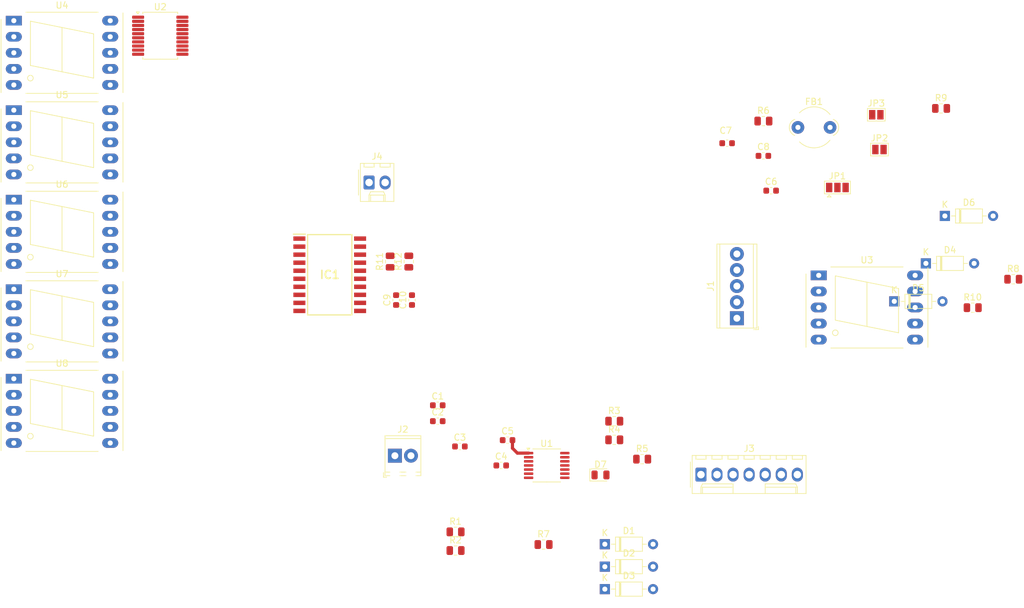
<source format=kicad_pcb>
(kicad_pcb (version 20240108) (generator "pcbnew") (generator_version "8.0")
  (layers (0 "F.Cu" signal) (31 "B.Cu" signal) (34 "B.Paste" user) (35 "F.Paste" user) (36 "B.SilkS" user "B.Silkscreen") (37 "F.SilkS" user "F.Silkscreen") (38 "B.Mask" user) (39 "F.Mask" user) (44 "Edge.Cuts" user))
  (net 0 "")
  (net 1 "+3.3V")
  (net 2 "GND")
  (net 3 "Net-(U1-T-)")
  (net 4 "Net-(U1-T+)")
  (net 5 "Net-(J4-Pin_1)")
  (net 6 "Net-(J3-Pin_2)")
  (net 7 "Net-(U2-VDD)")
  (net 8 "Net-(D1-K)")
  (net 9 "Net-(D1-A)")
  (net 10 "Net-(D2-A)")
  (net 11 "Net-(D2-K)")
  (net 12 "Net-(D3-A)")
  (net 13 "Net-(D3-K)")
  (net 14 "Net-(D4-A)")
  (net 15 "/CS")
  (net 16 "/SCLK")
  (net 17 "Net-(D5-A)")
  (net 18 "Net-(D6-A)")
  (net 19 "/SDI")
  (net 20 "Net-(D7-A)")
  (net 21 "/FAULT")
  (net 22 "/GRID5")
  (net 23 "/GRID2")
  (net 24 "/SEG5")
  (net 26 "/GRID4")
  (net 27 "/SEG4")
  (net 28 "/SEG1")
  (net 29 "/GRID1")
  (net 30 "/GRID3")
  (net 31 "/SEG6")
  (net 32 "/GRID6")
  (net 33 "/SEG8")
  (net 34 "/SEG7")
  (net 35 "/SEG3")
  (net 36 "/SEG2")
  (net 38 "Net-(J3-Pin_5)")
  (net 39 "/DRDY1")
  (net 40 "Net-(J4-Pin_2)")
  (net 41 "Net-(JP1-C)")
  (net 42 "Net-(J2-Pin_2)")
  (net 43 "Net-(J2-Pin_1)")
  (net 45 "/DRDY")
  (net 46 "/SDO")
  (net 47 "/CLK")
  (net 48 "/DIO")
  (net 49 "/CST")
  (net 50 "/SCK")
  (net 51 "/CSR")
  (net 52 "Net-(J3-Pin_1)")
  (net 53 "Net-(U2-BIAS)")
  (net 54 "Net-(U2-ISENSOR)")
  (footprint "Resistor_SMD:R_0805_2012Metric" (layer "F.Cu") (at 167.1775 96.05)
    (property "Reference" "R3" (at 0 -1.65 0) (layer "F.SilkS"))
    (property "Value" "10k")
    (pad "1" smd roundrect (at -0.9125 0) (size 1.025 1.4) (layers "F.Cu" "F.Paste" "F.Mask") (roundrect_rratio 0.243902) (net 1 "+3.3V"))
    (pad "2" smd roundrect (at 0.9125 0) (size 1.025 1.4) (layers "F.Cu" "F.Paste" "F.Mask") (roundrect_rratio 0.243902) (net 12 "Net-(D3-A)"))
  )
  (footprint "Jumper:SolderJumper-2_P1.3mm_Open_Pad1.0x1.5mm" (layer "F.Cu") (at 208.6025 47.61)
    (property "Reference" "JP3" (at 0 -1.8 0) (layer "F.SilkS"))
    (property "Value" "SolderJumper_2_Open")
    (pad "1" smd rect (at -0.65 0) (size 1 1.5) (layers "F.Cu" "F.Mask") (net 40 "Net-(J4-Pin_2)"))
    (pad "2" smd rect (at 0.65 0) (size 1 1.5) (layers "F.Cu" "F.Mask") (net 5 "Net-(J4-Pin_1)"))
  )
  (footprint "TerminalBlock_Phoenix:TerminalBlock_Phoenix_MPT-0,5-5-2.54_1x05_P2.54mm_Horizontal" (layer "F.Cu") (at 186.5625 79.7775 90)
    (property "Reference" "J1" (at 5.08 -4.16 -90) (layer "F.SilkS"))
    (property "Value" "Screw_Terminal_01x05")
    (pad "1" thru_hole rect (at 0 0 90) (size 2.2 2.2) (drill 1.1) (layers "*.Cu" "*.Mask") (net 16 "/SCLK"))
    (pad "2" thru_hole circle (at 2.54 0 90) (size 2.2 2.2) (drill 1.1) (layers "*.Cu" "*.Mask") (net 46 "/SDO"))
    (pad "3" thru_hole circle (at 5.08 0 90) (size 2.2 2.2) (drill 1.1) (layers "*.Cu" "*.Mask") (net 19 "/SDI"))
    (pad "4" thru_hole circle (at 7.62 0 90) (size 2.2 2.2) (drill 1.1) (layers "*.Cu" "*.Mask") (net 15 "/CS"))
    (pad "5" thru_hole circle (at 10.16 0 90) (size 2.2 2.2) (drill 1.1) (layers "*.Cu" "*.Mask") (net 45 "/DRDY"))
  )
  (footprint "Diode_THT:D_DO-35_SOD27_P7.62mm_Horizontal" (layer "F.Cu") (at 165.69 119.05)
    (property "Reference" "D2" (at 3.81 -2.12 0) (layer "F.SilkS"))
    (property "Value" "1N4148")
    (fp_text user "K" (at 0 -1.8 0) (layer "F.SilkS"))
    (pad "1" thru_hole rect (at 0 0) (size 1.6 1.6) (drill 0.8) (layers "*.Cu" "*.Mask") (net 50 "/SCK"))
    (pad "2" thru_hole oval (at 7.62 0) (size 1.6 1.6) (drill 0.8) (layers "*.Cu" "*.Mask") (net 10 "Net-(D2-A)"))
  )
  (footprint "Capacitor_SMD:C_0603_1608Metric" (layer "F.Cu") (at 191.9775 59.61)
    (property "Reference" "C6" (at 0 -1.43 0) (layer "F.SilkS"))
    (property "Value" "100nF")
    (pad "1" smd roundrect (at -0.775 0) (size 0.9 0.95) (layers "F.Cu" "F.Paste" "F.Mask") (net 6 "Net-(J3-Pin_2)"))
    (pad "2" smd roundrect (at 0.775 0) (size 0.9 0.95) (layers "F.Cu" "F.Paste" "F.Mask") (net 5 "Net-(J4-Pin_1)"))
  )
  (footprint "Resistor_SMD:R_0805_2012Metric" (layer "F.Cu") (at 218.84 46.61)
    (property "Reference" "R9" (at 0 -1.65 0) (layer "F.SilkS"))
    (property "Value" "10k")
    (pad "1" smd roundrect (at -0.9125 0) (size 1.025 1.4) (layers "F.Cu" "F.Paste" "F.Mask") (roundrect_rratio 0.243902) (net 1 "+3.3V"))
    (pad "2" smd roundrect (at 0.9125 0) (size 1.025 1.4) (layers "F.Cu" "F.Paste" "F.Mask") (roundrect_rratio 0.243902) (net 18 "Net-(D6-A)"))
  )
  (footprint "Jumper:SolderJumper-2_P1.3mm_Open_Pad1.0x1.5mm" (layer "F.Cu") (at 209.1025 53.11)
    (property "Reference" "JP2" (at 0 -1.8 0) (layer "F.SilkS"))
    (property "Value" "SolderJumper_2_Open")
    (pad "1" smd rect (at -0.65 0) (size 1 1.5) (layers "F.Cu" "F.Mask") (net 6 "Net-(J3-Pin_2)"))
    (pad "2" smd rect (at 0.65 0) (size 1 1.5) (layers "F.Cu" "F.Mask") (net 52 "Net-(J3-Pin_1)"))
  )
  (footprint "Capacitor_SMD:C_0603_1608Metric" (layer "F.Cu") (at 139.275 93.54)
    (property "Reference" "C1" (at 0 -1.43 0) (layer "F.SilkS"))
    (property "Value" "0.1uF")
    (pad "1" smd roundrect (at -0.775 0) (size 0.9 0.95) (layers "F.Cu" "F.Paste" "F.Mask") (net 2 "GND"))
    (pad "2" smd roundrect (at 0.775 0) (size 0.9 0.95) (layers "F.Cu" "F.Paste" "F.Mask") (net 1 "+3.3V"))
  )
  (footprint "Ferrite_THT:LairdTech_28C0236-0JW-10" (layer "F.Cu") (at 196.2125 49.61)
    (property "Reference" "FB1" (at 2.54 -4.064 0) (layer "F.SilkS"))
    (property "Value" "FerriteBead")
    (pad "1" thru_hole circle (at 0 0) (size 2 2) (drill 0.8) (layers "*.Cu" "*.Mask") (net 1 "+3.3V"))
    (pad "2" thru_hole circle (at 5.08 0) (size 2 2) (drill 0.8) (layers "*.Cu" "*.Mask") (net 7 "Net-(U2-VDD)"))
  )
  (footprint "Capacitor_SMD:C_0603_1608Metric" (layer "F.Cu") (at 142.775 100.05)
    (property "Reference" "C3" (at 0 -1.43 0) (layer "F.SilkS"))
    (property "Value" "0.1uF")
    (pad "1" smd roundrect (at -0.775 0) (size 0.9 0.95) (layers "F.Cu" "F.Paste" "F.Mask") (net 2 "GND"))
    (pad "2" smd roundrect (at 0.775 0) (size 0.9 0.95) (layers "F.Cu" "F.Paste" "F.Mask") (net 3 "Net-(U1-T-)"))
  )
  (footprint "Diode_THT:D_DO-35_SOD27_P7.62mm_Horizontal" (layer "F.Cu") (at 165.69 122.6)
    (property "Reference" "D3" (at 3.81 -2.12 0) (layer "F.SilkS"))
    (property "Value" "1N4148")
    (fp_text user "K" (at 0 -1.8 0) (layer "F.SilkS"))
    (pad "1" thru_hole rect (at 0 0) (size 1.6 1.6) (drill 0.8) (layers "*.Cu" "*.Mask") (net 19 "/SDI"))
    (pad "2" thru_hole oval (at 7.62 0) (size 1.6 1.6) (drill 0.8) (layers "*.Cu" "*.Mask") (net 12 "Net-(D3-A)"))
  )
  (footprint "Resistor_SMD:R_0805_2012Metric" (layer "F.Cu") (at 156 115.55)
    (property "Reference" "R7" (at 0 -1.65 0) (layer "F.SilkS"))
    (property "Value" "330")
    (pad "1" smd roundrect (at -0.9125 0) (size 1.025 1.4) (layers "F.Cu" "F.Paste" "F.Mask") (roundrect_rratio 0.243902) (net 1 "+3.3V"))
    (pad "2" smd roundrect (at 0.9125 0) (size 1.025 1.4) (layers "F.Cu" "F.Paste" "F.Mask") (roundrect_rratio 0.243902) (net 20 "Net-(D7-A)"))
  )
  (footprint "Package_SO:SSOP-20_5.3x7.2mm_P0.65mm" (layer "F.Cu") (at 95.41 35.12)
    (property "Reference" "U2" (at 0 -4.55 0) (layer "F.SilkS"))
    (property "Value" "MAX31865xAP")
    (pad "1" smd roundrect (at -3.5 -2.925) (size 1.9 0.5) (layers "F.Cu" "F.Paste" "F.Mask") (net 45 "/DRDY"))
    (pad "2" smd roundrect (at -3.5 -2.275) (size 1.9 0.5) (layers "F.Cu" "F.Paste" "F.Mask") (net 1 "+3.3V"))
    (pad "3" smd roundrect (at -3.5 -1.625) (size 1.9 0.5) (layers "F.Cu" "F.Paste" "F.Mask") (net 7 "Net-(U2-VDD)"))
    (pad "4" smd roundrect (at -3.5 -0.975) (size 1.9 0.5) (layers "F.Cu" "F.Paste" "F.Mask") (net 53 "Net-(U2-BIAS)"))
    (pad "5" smd roundrect (at -3.5 -0.325) (size 1.9 0.5) (layers "F.Cu" "F.Paste" "F.Mask") (net 53 "Net-(U2-BIAS)"))
    (pad "6" smd roundrect (at -3.5 0.325) (size 1.9 0.5) (layers "F.Cu" "F.Paste" "F.Mask") (net 54 "Net-(U2-ISENSOR)"))
    (pad "7" smd roundrect (at -3.5 0.975) (size 1.9 0.5) (layers "F.Cu" "F.Paste" "F.Mask") (net 54 "Net-(U2-ISENSOR)"))
    (pad "8" smd roundrect (at -3.5 1.625) (size 1.9 0.5) (layers "F.Cu" "F.Paste" "F.Mask") (net 52 "Net-(J3-Pin_1)"))
    (pad "9" smd roundrect (at -3.5 2.275) (size 1.9 0.5) (layers "F.Cu" "F.Paste" "F.Mask") (net 41 "Net-(JP1-C)"))
    (pad "10" smd roundrect (at -3.5 2.925) (size 1.9 0.5) (layers "F.Cu" "F.Paste" "F.Mask") (net 6 "Net-(J3-Pin_2)"))
    (pad "11" smd roundrect (at 3.5 2.925) (size 1.9 0.5) (layers "F.Cu" "F.Paste" "F.Mask") (net 5 "Net-(J4-Pin_1)"))
    (pad "12" smd roundrect (at 3.5 2.275) (size 1.9 0.5) (layers "F.Cu" "F.Paste" "F.Mask") (net 40 "Net-(J4-Pin_2)"))
    (pad "13" smd roundrect (at 3.5 1.625) (size 1.9 0.5) (layers "F.Cu" "F.Paste" "F.Mask") (net 2 "GND"))
    (pad "14" smd roundrect (at 3.5 0.975) (size 1.9 0.5) (layers "F.Cu" "F.Paste" "F.Mask") (net 18 "Net-(D6-A)"))
    (pad "15" smd roundrect (at 3.5 0.325) (size 1.9 0.5) (layers "F.Cu" "F.Paste" "F.Mask") (net 17 "Net-(D5-A)"))
    (pad "16" smd roundrect (at 3.5 -0.325) (size 1.9 0.5) (layers "F.Cu" "F.Paste" "F.Mask") (net 14 "Net-(D4-A)"))
    (pad "17" smd roundrect (at 3.5 -0.975) (size 1.9 0.5) (layers "F.Cu" "F.Paste" "F.Mask") (net 46 "/SDO"))
    (pad "18" smd roundrect (at 3.5 -1.625) (size 1.9 0.5) (layers "F.Cu" "F.Paste" "F.Mask") (net 2 "GND"))
    (pad "19" smd roundrect (at 3.5 -2.275) (size 1.9 0.5) (layers "F.Cu" "F.Paste" "F.Mask") (net 2 "GND"))
    (pad "20" smd roundrect (at 3.5 -2.925) (size 1.9 0.5) (layers "F.Cu" "F.Paste" "F.Mask"))
  )
  (footprint "Resistor_SMD:R_0805_2012Metric" (layer "F.Cu") (at 142.0875 113.55)
    (property "Reference" "R1" (at 0 -1.65 0) (layer "F.SilkS"))
    (property "Value" "100")
    (pad "1" smd roundrect (at -0.9125 0) (size 1.025 1.4) (layers "F.Cu" "F.Paste" "F.Mask") (roundrect_rratio 0.243902) (net 42 "Net-(J2-Pin_2)"))
    (pad "2" smd roundrect (at 0.9125 0) (size 1.025 1.4) (layers "F.Cu" "F.Paste" "F.Mask") (roundrect_rratio 0.243902) (net 3 "Net-(U1-T-)"))
  )
  (footprint "Display_7Segment:7SegmentLED_LTS6760_LTS6780" (layer "F.Cu") (at 72.26 89.34)
    (property "Reference" "U8" (at 7.62 -2.42 0) (layer "F.SilkS"))
    (property "Value" "SM420561N")
    (pad "1" thru_hole rect (at 0 0 270) (size 1.524 2.524) (drill 0.8) (layers "*.Cu" "*.Mask") (net 24 "/SEG5"))
    (pad "2" thru_hole oval (at 0 2.54 270) (size 1.524 2.524) (drill 0.8) (layers "*.Cu" "*.Mask") (net 27 "/SEG4"))
    (pad "3" thru_hole oval (at 0 5.08 270) (size 1.524 2.524) (drill 0.8) (layers "*.Cu" "*.Mask") (net 32 "/GRID6"))
    (pad "4" thru_hole oval (at 0 7.62 270) (size 1.524 2.524) (drill 0.8) (layers "*.Cu" "*.Mask") (net 35 "/SEG3"))
    (pad "5" thru_hole oval (at 0 10.16 270) (size 1.524 2.524) (drill 0.8) (layers "*.Cu" "*.Mask") (net 33 "/SEG8"))
    (pad "6" thru_hole oval (at 15.24 10.16 270) (size 1.524 2.524) (drill 0.8) (layers "*.Cu" "*.Mask") (net 36 "/SEG2"))
    (pad "7" thru_hole oval (at 15.24 7.62 270) (size 1.524 2.524) (drill 0.8) (layers "*.Cu" "*.Mask") (net 28 "/SEG1"))
    (pad "8" thru_hole oval (at 15.24 5.08 270) (size 1.524 2.524) (drill 0.8) (layers "*.Cu" "*.Mask") (net 32 "/GRID6"))
    (pad "9" thru_hole oval (at 15.24 2.54 270) (size 1.524 2.524) (drill 0.8) (layers "*.Cu" "*.Mask") (net 31 "/SEG6"))
    (pad "10" thru_hole oval (at 15.24 0 270) (size 1.524 2.524) (drill 0.8) (layers "*.Cu" "*.Mask") (net 34 "/SEG7"))
  )
  (footprint "Display_7Segment:7SegmentLED_LTS6760_LTS6780" (layer "F.Cu") (at 199.5 73)
    (property "Reference" "U3" (at 7.62 -2.42 0) (layer "F.SilkS"))
    (property "Value" "SM420561N")
    (pad "1" thru_hole rect (at 0 0 270) (size 1.524 2.524) (drill 0.8) (layers "*.Cu" "*.Mask") (net 24 "/SEG5"))
    (pad "2" thru_hole oval (at 0 2.54 270) (size 1.524 2.524) (drill 0.8) (layers "*.Cu" "*.Mask") (net 27 "/SEG4"))
    (pad "3" thru_hole oval (at 0 5.08 270) (size 1.524 2.524) (drill 0.8) (layers "*.Cu" "*.Mask") (net 30 "/GRID3"))
    (pad "4" thru_hole oval (at 0 7.62 270) (size 1.524 2.524) (drill 0.8) (layers "*.Cu" "*.Mask") (net 35 "/SEG3"))
    (pad "5" thru_hole oval (at 0 10.16 270) (size 1.524 2.524) (drill 0.8) (layers "*.Cu" "*.Mask") (net 33 "/SEG8"))
    (pad "6" thru_hole oval (at 15.24 10.16 270) (size 1.524 2.524) (drill 0.8) (layers "*.Cu" "*.Mask") (net 36 "/SEG2"))
    (pad "7" thru_hole oval (at 15.24 7.62 270) (size 1.524 2.524) (drill 0.8) (layers "*.Cu" "*.Mask") (net 28 "/SEG1"))
    (pad "8" thru_hole oval (at 15.24 5.08 270) (size 1.524 2.524) (drill 0.8) (layers "*.Cu" "*.Mask") (net 30 "/GRID3"))
    (pad "9" thru_hole oval (at 15.24 2.54 270) (size 1.524 2.524) (drill 0.8) (layers "*.Cu" "*.Mask") (net 31 "/SEG6"))
    (pad "10" thru_hole oval (at 15.24 0 270) (size 1.524 2.524) (drill 0.8) (layers "*.Cu" "*.Mask") (net 34 "/SEG7"))
  )
  (footprint "Display_7Segment:7SegmentLED_LTS6760_LTS6780" (layer "F.Cu") (at 72.26 46.89)
    (property "Reference" "U5" (at 7.62 -2.42 0) (layer "F.SilkS"))
    (property "Value" "SM420561N")
    (pad "1" thru_hole rect (at 0 0 270) (size 1.524 2.524) (drill 0.8) (layers "*.Cu" "*.Mask") (net 24 "/SEG5"))
    (pad "2" thru_hole oval (at 0 2.54 270) (size 1.524 2.524) (drill 0.8) (layers "*.Cu" "*.Mask") (net 27 "/SEG4"))
    (pad "3" thru_hole oval (at 0 5.08 270) (size 1.524 2.524) (drill 0.8) (layers "*.Cu" "*.Mask") (net 29 "/GRID1"))
    (pad "4" thru_hole oval (at 0 7.62 270) (size 1.524 2.524) (drill 0.8) (layers "*.Cu" "*.Mask") (net 35 "/SEG3"))
    (pad "5" thru_hole oval (at 0 10.16 270) (size 1.524 2.524) (drill 0.8) (layers "*.Cu" "*.Mask") (net 33 "/SEG8"))
    (pad "6" thru_hole oval (at 15.24 10.16 270) (size 1.524 2.524) (drill 0.8) (layers "*.Cu" "*.Mask") (net 36 "/SEG2"))
    (pad "7" thru_hole oval (at 15.24 7.62 270) (size 1.524 2.524) (drill 0.8) (layers "*.Cu" "*.Mask") (net 28 "/SEG1"))
    (pad "8" thru_hole oval (at 15.24 5.08 270) (size 1.524 2.524) (drill 0.8) (layers "*.Cu" "*.Mask") (net 29 "/GRID1"))
    (pad "9" thru_hole oval (at 15.24 2.54 270) (size 1.524 2.524) (drill 0.8) (layers "*.Cu" "*.Mask") (net 31 "/SEG6"))
    (pad "10" thru_hole oval (at 15.24 0 270) (size 1.524 2.524) (drill 0.8) (layers "*.Cu" "*.Mask") (net 34 "/SEG7"))
  )
  (footprint "LED_SMD:LED_0805_2012Metric" (layer "F.Cu") (at 165 104.55)
    (property "Reference" "D7" (at 0 -1.65 0) (layer "F.SilkS"))
    (property "Value" "LED")
    (pad "1" smd roundrect (at -0.9375 0) (size 0.975 1.4) (layers "F.Cu" "F.Paste" "F.Mask") (net 21 "/FAULT"))
    (pad "2" smd roundrect (at 0.9375 0) (size 0.975 1.4) (layers "F.Cu" "F.Paste" "F.Mask") (net 20 "Net-(D7-A)"))
  )
  (footprint "TerminalBlock_Phoenix:TerminalBlock_Phoenix_MPT-0,5-2-2.54_1x02_P2.54mm_Horizontal" (layer "F.Cu") (at 132.5 101.51)
    (property "Reference" "J2" (at 1.27 -4.16 0) (layer "F.SilkS"))
    (property "Value" "Screw_Terminal_01x02")
    (pad "" np_thru_hole circle (at 0 2.54) (size 1.1 1.1) (drill 1.1) (layers "*.Cu" "*.Mask"))
    (pad "" np_thru_hole circle (at 2.54 2.54) (size 1.1 1.1) (drill 1.1) (layers "*.Cu" "*.Mask"))
    (pad "1" thru_hole rect (at 0 0) (size 2.2 2.2) (drill 1.1) (layers "*.Cu" "*.Mask") (net 43 "Net-(J2-Pin_1)"))
    (pad "2" thru_hole circle (at 2.54 0) (size 2.2 2.2) (drill 1.1) (layers "*.Cu" "*.Mask") (net 42 "Net-(J2-Pin_2)"))
  )
  (footprint "Capacitor_SMD:C_0603_1608Metric" (layer "F.Cu") (at 150.31 99.05)
    (property "Reference" "C5" (at 0 -1.43 0) (layer "F.SilkS"))
    (property "Value" "0.1uF")
    (pad "1" smd roundrect (at -0.775 0) (size 0.9 0.95) (layers "F.Cu" "F.Paste" "F.Mask") (net 4 "Net-(U1-T+)"))
    (pad "2" smd roundrect (at 0.775 0) (size 0.9 0.95) (layers "F.Cu" "F.Paste" "F.Mask") (net 2 "GND"))
  )
  (footprint "Resistor_SMD:R_0805_2012Metric" (layer "F.Cu") (at 230.2525 73.61)
    (property "Reference" "R8" (at 0 -1.65 0) (layer "F.SilkS"))
    (property "Value" "10k")
    (pad "1" smd roundrect (at -0.9125 0) (size 1.025 1.4) (layers "F.Cu" "F.Paste" "F.Mask") (roundrect_rratio 0.243902) (net 1 "+3.3V"))
    (pad "2" smd roundrect (at 0.9125 0) (size 1.025 1.4) (layers "F.Cu" "F.Paste" "F.Mask") (roundrect_rratio 0.243902) (net 14 "Net-(D4-A)"))
  )
  (footprint "Display_7Segment:7SegmentLED_LTS6760_LTS6780" (layer "F.Cu") (at 72.26 32.74)
    (property "Reference" "U4" (at 7.62 -2.42 0) (layer "F.SilkS"))
    (property "Value" "SM420561N")
    (pad "1" thru_hole rect (at 0 0 270) (size 1.524 2.524) (drill 0.8) (layers "*.Cu" "*.Mask") (net 24 "/SEG5"))
    (pad "2" thru_hole oval (at 0 2.54 270) (size 1.524 2.524) (drill 0.8) (layers "*.Cu" "*.Mask") (net 27 "/SEG4"))
    (pad "3" thru_hole oval (at 0 5.08 270) (size 1.524 2.524) (drill 0.8) (layers "*.Cu" "*.Mask") (net 23 "/GRID2"))
    (pad "4" thru_hole oval (at 0 7.62 270) (size 1.524 2.524) (drill 0.8) (layers "*.Cu" "*.Mask") (net 35 "/SEG3"))
    (pad "5" thru_hole oval (at 0 10.16 270) (size 1.524 2.524) (drill 0.8) (layers "*.Cu" "*.Mask") (net 33 "/SEG8"))
    (pad "6" thru_hole oval (at 15.24 10.16 270) (size 1.524 2.524) (drill 0.8) (layers "*.Cu" "*.Mask") (net 36 "/SEG2"))
    (pad "7" thru_hole oval (at 15.24 7.62 270) (size 1.524 2.524) (drill 0.8) (layers "*.Cu" "*.Mask") (net 28 "/SEG1"))
    (pad "8" thru_hole oval (at 15.24 5.08 270) (size 1.524 2.524) (drill 0.8) (layers "*.Cu" "*.Mask") (net 23 "/GRID2"))
    (pad "9" thru_hole oval (at 15.24 2.54 270) (size 1.524 2.524) (drill 0.8) (layers "*.Cu" "*.Mask") (net 31 "/SEG6"))
    (pad "10" thru_hole oval (at 15.24 0 270) (size 1.524 2.524) (drill 0.8) (layers "*.Cu" "*.Mask") (net 34 "/SEG7"))
  )
  (footprint "Diode_THT:D_DO-35_SOD27_P7.62mm_Horizontal" (layer "F.Cu") (at 211.4425 77.11)
    (property "Reference" "D5" (at 3.81 -2.12 0) (layer "F.SilkS"))
    (property "Value" "1N4148")
    (fp_text user "K" (at 0 -1.8 0) (layer "F.SilkS"))
    (pad "1" thru_hole rect (at 0 0) (size 1.6 1.6) (drill 0.8) (layers "*.Cu" "*.Mask") (net 16 "/SCLK"))
    (pad "2" thru_hole oval (at 7.62 0) (size 1.6 1.6) (drill 0.8) (layers "*.Cu" "*.Mask") (net 17 "Net-(D5-A)"))
  )
  (footprint "Resistor_SMD:R_0805_2012Metric" (layer "F.Cu") (at 131.75 70.8175 90)
    (property "Reference" "R11" (at 0 -1.65 -90) (layer "F.SilkS"))
    (property "Value" "10k")
    (pad "1" smd roundrect (at -0.9125 0 90) (size 1.025 1.4) (layers "F.Cu" "F.Paste" "F.Mask") (roundrect_rratio 0.243902) (net 47 "/CLK"))
    (pad "2" smd roundrect (at 0.9125 0 90) (size 1.025 1.4) (layers "F.Cu" "F.Paste" "F.Mask") (roundrect_rratio 0.243902) (net 1 "+3.3V"))
  )
  (footprint "Resistor_SMD:R_0805_2012Metric" (layer "F.Cu") (at 223.84 78.11)
    (property "Reference" "R10" (at 0 -1.65 0) (layer "F.SilkS"))
    (property "Value" "10k")
    (pad "1" smd roundrect (at -0.9125 0) (size 1.025 1.4) (layers "F.Cu" "F.Paste" "F.Mask") (roundrect_rratio 0.243902) (net 1 "+3.3V"))
    (pad "2" smd roundrect (at 0.9125 0) (size 1.025 1.4) (layers "F.Cu" "F.Paste" "F.Mask") (roundrect_rratio 0.243902) (net 17 "Net-(D5-A)"))
  )
  (footprint "Diode_THT:D_DO-35_SOD27_P7.62mm_Horizontal" (layer "F.Cu") (at 219.4425 63.61)
    (property "Reference" "D6" (at 3.81 -2.12 0) (layer "F.SilkS"))
    (property "Value" "1N4148")
    (fp_text user "K" (at 0 -1.8 0) (layer "F.SilkS"))
    (pad "1" thru_hole rect (at 0 0) (size 1.6 1.6) (drill 0.8) (layers "*.Cu" "*.Mask") (net 19 "/SDI"))
    (pad "2" thru_hole oval (at 7.62 0) (size 1.6 1.6) (drill 0.8) (layers "*.Cu" "*.Mask") (net 18 "Net-(D6-A)"))
  )
  (footprint "Custom_Led_driver_7_segment:SOIC127P1045X280-20N" (layer "F.Cu") (at 122.2 72.905)
    (property "Reference" "IC1" (at 0 0 0) (layer "F.SilkS") (effects (font (size 1.27 1.27) (thickness 0.254))))
    (property "Value" "TM1637__SOP_" (hide yes))
    (pad "1" smd rect (at -4.8 -5.715 90) (size 0.7 1.9) (layers "F.Cu" "F.Paste" "F.Mask") (net 2 "GND"))
    (pad "2" smd rect (at -4.8 -4.445 90) (size 0.7 1.9) (layers "F.Cu" "F.Paste" "F.Mask") (net 28 "/SEG1"))
    (pad "3" smd rect (at -4.8 -3.175 90) (size 0.7 1.9) (layers "F.Cu" "F.Paste" "F.Mask") (net 36 "/SEG2"))
    (pad "4" smd rect (at -4.8 -1.905 90) (size 0.7 1.9) (layers "F.Cu" "F.Paste" "F.Mask") (net 35 "/SEG3"))
    (pad "5" smd rect (at -4.8 -0.635 90) (size 0.7 1.9) (layers "F.Cu" "F.Paste" "F.Mask") (net 27 "/SEG4"))
    (pad "6" smd rect (at -4.8 0.635 90) (size 0.7 1.9) (layers "F.Cu" "F.Paste" "F.Mask") (net 24 "/SEG5"))
    (pad "7" smd rect (at -4.8 1.905 90) (size 0.7 1.9) (layers "F.Cu" "F.Paste" "F.Mask") (net 31 "/SEG6"))
    (pad "8" smd rect (at -4.8 3.175 90) (size 0.7 1.9) (layers "F.Cu" "F.Paste" "F.Mask") (net 34 "/SEG7"))
    (pad "9" smd rect (at -4.8 4.445 90) (size 0.7 1.9) (layers "F.Cu" "F.Paste" "F.Mask") (net 33 "/SEG8"))
    (pad "10" smd rect (at -4.8 5.715 90) (size 0.7 1.9) (layers "F.Cu" "F.Paste" "F.Mask") (net 32 "/GRID6"))
    (pad "11" smd rect (at 4.8 5.715 90) (size 0.7 1.9) (layers "F.Cu" "F.Paste" "F.Mask") (net 22 "/GRID5"))
    (pad "12" smd rect (at 4.8 4.445 90) (size 0.7 1.9) (layers "F.Cu" "F.Paste" "F.Mask") (net 26 "/GRID4"))
    (pad "13" smd rect (at 4.8 3.175 90) (size 0.7 1.9) (layers "F.Cu" "F.Paste" "F.Mask") (net 30 "/GRID3"))
    (pad "14" smd rect (at 4.8 1.905 90) (size 0.7 1.9) (layers "F.Cu" "F.Paste" "F.Mask") (net 23 "/GRID2"))
    (pad "15" smd rect (at 4.8 0.635 90) (size 0.7 1.9) (layers "F.Cu" "F.Paste" "F.Mask") (net 29 "/GRID1"))
    (pad "16" smd rect (at 4.8 -0.635 90) (size 0.7 1.9) (layers "F.Cu" "F.Paste" "F.Mask") (net 1 "+3.3V"))
    (pad "17" smd rect (at 4.8 -1.905 90) (size 0.7 1.9) (layers "F.Cu" "F.Paste" "F.Mask") (net 48 "/DIO"))
    (pad "18" smd rect (at 4.8 -3.175 90) (size 0.7 1.9) (layers "F.Cu" "F.Paste" "F.Mask") (net 47 "/CLK"))
    (pad "19" smd rect (at 4.8 -4.445 90) (size 0.7 1.9) (layers "F.Cu" "F.Paste" "F.Mask"))
    (pad "20" smd rect (at 4.8 -5.715 90) (size 0.7 1.9) (layers "F.Cu" "F.Paste" "F.Mask"))
  )
  (footprint "Resistor_SMD:R_0805_2012Metric" (layer "F.Cu") (at 167.1775 99)
    (property "Reference" "R4" (at 0 -1.65 0) (layer "F.SilkS"))
    (property "Value" "10k")
    (pad "1" smd roundrect (at -0.9125 0) (size 1.025 1.4) (layers "F.Cu" "F.Paste" "F.Mask") (roundrect_rratio 0.243902) (net 1 "+3.3V"))
    (pad "2" smd roundrect (at 0.9125 0) (size 1.025 1.4) (layers "F.Cu" "F.Paste" "F.Mask") (roundrect_rratio 0.243902) (net 10 "Net-(D2-A)"))
  )
  (footprint "Resistor_SMD:R_0805_2012Metric" (layer "F.Cu") (at 190.7525 48.61)
    (property "Reference" "R6" (at 0 -1.65 0) (layer "F.SilkS"))
    (property "Value" "400")
    (pad "1" smd roundrect (at -0.9125 0) (size 1.025 1.4) (layers "F.Cu" "F.Paste" "F.Mask") (roundrect_rratio 0.243902) (net 54 "Net-(U2-ISENSOR)"))
    (pad "2" smd roundrect (at 0.9125 0) (size 1.025 1.4) (layers "F.Cu" "F.Paste" "F.Mask") (roundrect_rratio 0.243902) (net 53 "Net-(U2-BIAS)"))
  )
  (footprint "Capacitor_SMD:C_0603_1608Metric" (layer "F.Cu") (at 149.31 103.05)
    (property "Reference" "C4" (at 0 -1.43 0) (layer "F.SilkS"))
    (property "Value" "0.1uF")
    (pad "1" smd roundrect (at -0.775 0) (size 0.9 0.95) (layers "F.Cu" "F.Paste" "F.Mask") (net 3 "Net-(U1-T-)"))
    (pad "2" smd roundrect (at 0.775 0) (size 0.9 0.95) (layers "F.Cu" "F.Paste" "F.Mask") (net 4 "Net-(U1-T+)"))
  )
  (footprint "Display_7Segment:7SegmentLED_LTS6760_LTS6780" (layer "F.Cu") (at 72.26 75.19)
    (property "Reference" "U7" (at 7.62 -2.42 0) (layer "F.SilkS"))
    (property "Value" "SM420561N")
    (pad "1" thru_hole rect (at 0 0 270) (size 1.524 2.524) (drill 0.8) (layers "*.Cu" "*.Mask") (net 24 "/SEG5"))
    (pad "2" thru_hole oval (at 0 2.54 270) (size 1.524 2.524) (drill 0.8) (layers "*.Cu" "*.Mask") (net 27 "/SEG4"))
    (pad "3" thru_hole oval (at 0 5.08 270) (size 1.524 2.524) (drill 0.8) (layers "*.Cu" "*.Mask") (net 22 "/GRID5"))
    (pad "4" thru_hole oval (at 0 7.62 270) (size 1.524 2.524) (drill 0.8) (layers "*.Cu" "*.Mask") (net 35 "/SEG3"))
    (pad "5" thru_hole oval (at 0 10.16 270) (size 1.524 2.524) (drill 0.8) (layers "*.Cu" "*.Mask") (net 33 "/SEG8"))
    (pad "6" thru_hole oval (at 15.24 10.16 270) (size 1.524 2.524) (drill 0.8) (layers "*.Cu" "*.Mask") (net 36 "/SEG2"))
    (pad "7" thru_hole oval (at 15.24 7.62 270) (size 1.524 2.524) (drill 0.8) (layers "*.Cu" "*.Mask") (net 28 "/SEG1"))
    (pad "8" thru_hole oval (at 15.24 5.08 270) (size 1.524 2.524) (drill 0.8) (layers "*.Cu" "*.Mask") (net 22 "/GRID5"))
    (pad "9" thru_hole oval (at 15.24 2.54 270) (size 1.524 2.524) (drill 0.8) (layers "*.Cu" "*.Mask") (net 31 "/SEG6"))
    (pad "10" thru_hole oval (at 15.24 0 270) (size 1.524 2.524) (drill 0.8) (layers "*.Cu" "*.Mask") (net 34 "/SEG7"))
  )
  (footprint "Package_SO:TSSOP-14_4.4x5mm_P0.65mm" (layer "F.Cu") (at 156.5 103.05)
    (property "Reference" "U1" (at 0 -3.45 0) (layer "F.SilkS"))
    (property "Value" "MAX31856")
    (pad "1" smd roundrect (at -2.8625 -1.95) (size 1.475 0.4) (layers "F.Cu" "F.Paste" "F.Mask") (net 2 "GND"))
    (pad "2" smd roundrect (at -2.8625 -1.3) (size 1.475 0.4) (layers "F.Cu" "F.Paste" "F.Mask") (net 42 "Net-(J2-Pin_2)"))
    (pad "3" smd roundrect (at -2.8625 -0.65) (size 1.475 0.4) (layers "F.Cu" "F.Paste" "F.Mask") (net 3 "Net-(U1-T-)"))
    (pad "4" smd roundrect (at -2.8625 0) (size 1.475 0.4) (layers "F.Cu" "F.Paste" "F.Mask") (net 4 "Net-(U1-T+)"))
    (pad "5" smd roundrect (at -2.8625 0.65) (size 1.475 0.4) (layers "F.Cu" "F.Paste" "F.Mask") (net 1 "+3.3V"))
    (pad "6" smd roundrect (at -2.8625 1.3) (size 1.475 0.4) (layers "F.Cu" "F.Paste" "F.Mask"))
    (pad "7" smd roundrect (at -2.8625 1.95) (size 1.475 0.4) (layers "F.Cu" "F.Paste" "F.Mask") (net 45 "/DRDY"))
    (pad "8" smd roundrect (at 2.8625 1.95) (size 1.475 0.4) (layers "F.Cu" "F.Paste" "F.Mask") (net 1 "+3.3V"))
    (pad "9" smd roundrect (at 2.8625 1.3) (size 1.475 0.4) (layers "F.Cu" "F.Paste" "F.Mask") (net 9 "Net-(D1-A)"))
    (pad "10" smd roundrect (at 2.8625 0.65) (size 1.475 0.4) (layers "F.Cu" "F.Paste" "F.Mask") (net 10 "Net-(D2-A)"))
    (pad "11" smd roundrect (at 2.8625 0) (size 1.475 0.4) (layers "F.Cu" "F.Paste" "F.Mask") (net 46 "/SDO"))
    (pad "12" smd roundrect (at 2.8625 -0.65) (size 1.475 0.4) (layers "F.Cu" "F.Paste" "F.Mask") (net 12 "Net-(D3-A)"))
    (pad "13" smd roundrect (at 2.8625 -1.3) (size 1.475 0.4) (layers "F.Cu" "F.Paste" "F.Mask") (net 21 "/FAULT"))
    (pad "14" smd roundrect (at 2.8625 -1.95) (size 1.475 0.4) (layers "F.Cu" "F.Paste" "F.Mask") (net 2 "GND"))
  )
  (footprint "Resistor_SMD:R_0805_2012Metric" (layer "F.Cu") (at 171.5875 102.05)
    (property "Reference" "R5" (at 0 -1.65 0) (layer "F.SilkS"))
    (property "Value" "10k")
    (pad "1" smd roundrect (at -0.9125 0) (size 1.025 1.4) (layers "F.Cu" "F.Paste" "F.Mask") (roundrect_rratio 0.243902) (net 1 "+3.3V"))
    (pad "2" smd roundrect (at 0.9125 0) (size 1.025 1.4) (layers "F.Cu" "F.Paste" "F.Mask") (roundrect_rratio 0.243902) (net 9 "Net-(D1-A)"))
  )
  (footprint "Capacitor_SMD:C_0603_1608Metric" (layer "F.Cu") (at 132.69 76.905 90)
    (property "Reference" "C9" (at 0 -1.43 -90) (layer "F.SilkS"))
    (property "Value" "100pF")
    (pad "1" smd roundrect (at -0.775 0 90) (size 0.9 0.95) (layers "F.Cu" "F.Paste" "F.Mask") (net 2 "GND"))
    (pad "2" smd roundrect (at 0.775 0 90) (size 0.9 0.95) (layers "F.Cu" "F.Paste" "F.Mask") (net 47 "/CLK"))
  )
  (footprint "Capacitor_SMD:C_0603_1608Metric" (layer "F.Cu") (at 139.275 96.05)
    (property "Reference" "C2" (at 0 -1.43 0) (layer "F.SilkS"))
    (property "Value" "0.1uF")
    (pad "1" smd roundrect (at -0.775 0) (size 0.9 0.95) (layers "F.Cu" "F.Paste" "F.Mask") (net 1 "+3.3V"))
    (pad "2" smd roundrect (at 0.775 0) (size 0.9 0.95) (layers "F.Cu" "F.Paste" "F.Mask") (net 2 "GND"))
  )
  (footprint "Resistor_SMD:R_0805_2012Metric" (layer "F.Cu") (at 134.7 70.8175 90)
    (property "Reference" "R12" (at 0 -1.65 -90) (layer "F.SilkS"))
    (property "Value" "10k")
    (pad "1" smd roundrect (at -0.9125 0 90) (size 1.025 1.4) (layers "F.Cu" "F.Paste" "F.Mask") (roundrect_rratio 0.243902) (net 48 "/DIO"))
    (pad "2" smd roundrect (at 0.9125 0 90) (size 1.025 1.4) (layers "F.Cu" "F.Paste" "F.Mask") (roundrect_rratio 0.243902) (net 1 "+3.3V"))
  )
  (footprint "Display_7Segment:7SegmentLED_LTS6760_LTS6780" (layer "F.Cu") (at 72.26 61.04)
    (property "Reference" "U6" (at 7.62 -2.42 0) (layer "F.SilkS"))
    (property "Value" "SM420561N")
    (pad "1" thru_hole rect (at 0 0 270) (size 1.524 2.524) (drill 0.8) (layers "*.Cu" "*.Mask") (net 24 "/SEG5"))
    (pad "2" thru_hole oval (at 0 2.54 270) (size 1.524 2.524) (drill 0.8) (layers "*.Cu" "*.Mask") (net 27 "/SEG4"))
    (pad "3" thru_hole oval (at 0 5.08 270) (size 1.524 2.524) (drill 0.8) (layers "*.Cu" "*.Mask") (net 26 "/GRID4"))
    (pad "4" thru_hole oval (at 0 7.62 270) (size 1.524 2.524) (drill 0.8) (layers "*.Cu" "*.Mask") (net 35 "/SEG3"))
    (pad "5" thru_hole oval (at 0 10.16 270) (size 1.524 2.524) (drill 0.8) (layers "*.Cu" "*.Mask") (net 33 "/SEG8"))
    (pad "6" thru_hole oval (at 15.24 10.16 270) (size 1.524 2.524) (drill 0.8) (layers "*.Cu" "*.Mask") (net 36 "/SEG2"))
    (pad "7" thru_hole oval (at 15.24 7.62 270) (size 1.524 2.524) (drill 0.8) (layers "*.Cu" "*.Mask") (net 28 "/SEG1"))
    (pad "8" thru_hole oval (at 15.24 5.08 270) (size 1.524 2.524) (drill 0.8) (layers "*.Cu" "*.Mask") (net 26 "/GRID4"))
    (pad "9" thru_hole oval (at 15.24 2.54 270) (size 1.524 2.524) (drill 0.8) (layers "*.Cu" "*.Mask") (net 31 "/SEG6"))
    (pad "10" thru_hole oval (at 15.24 0 270) (size 1.524 2.524) (drill 0.8) (layers "*.Cu" "*.Mask") (net 34 "/SEG7"))
  )
  (footprint "Resistor_SMD:R_0805_2012Metric" (layer "F.Cu") (at 142.0875 116.5)
    (property "Reference" "R2" (at 0 -1.65 0) (layer "F.SilkS"))
    (property "Value" "100")
    (pad "1" smd roundrect (at -0.9125 0) (size 1.025 1.4) (layers "F.Cu" "F.Paste" "F.Mask") (roundrect_rratio 0.243902) (net 43 "Net-(J2-Pin_1)"))
    (pad "2" smd roundrect (at 0.9125 0) (size 1.025 1.4) (layers "F.Cu" "F.Paste" "F.Mask") (roundrect_rratio 0.243902) (net 4 "Net-(U1-T+)"))
  )
  (footprint "Capacitor_SMD:C_0603_1608Metric" (layer "F.Cu") (at 190.7525 54.11)
    (property "Reference" "C8" (at 0 -1.43 0) (layer "F.SilkS"))
    (property "Value" "0.1uF")
    (pad "1" smd roundrect (at -0.775 0) (size 0.9 0.95) (layers "F.Cu" "F.Paste" "F.Mask") (net 2 "GND"))
    (pad "2" smd roundrect (at 0.775 0) (size 0.9 0.95) (layers "F.Cu" "F.Paste" "F.Mask") (net 7 "Net-(U2-VDD)"))
  )
  (footprint "Connector_Molex:Molex_KK-254_AE-6410-02A_1x02_P2.54mm_Vertical" (layer "F.Cu") (at 128.4175 58.325)
    (property "Reference" "J4" (at 1.27 -4.12 0) (layer "F.SilkS"))
    (property "Value" "Conn_01x02_Pin")
    (pad "1" thru_hole roundrect (at 0 0) (size 1.74 2.19) (drill 1.19) (layers "*.Cu" "*.Mask") (roundrect_rratio 0.143678) (net 5 "Net-(J4-Pin_1)"))
    (pad "2" thru_hole oval (at 2.54 0) (size 1.74 2.19) (drill 1.19) (layers "*.Cu" "*.Mask") (net 40 "Net-(J4-Pin_2)"))
  )
  (footprint "Diode_THT:D_DO-35_SOD27_P7.62mm_Horizontal" (layer "F.Cu") (at 216.4425 71.11)
    (property "Reference" "D4" (at 3.81 -2.12 0) (layer "F.SilkS"))
    (property "Value" "1N4148")
    (fp_text user "K" (at 0 -1.8 0) (layer "F.SilkS"))
    (pad "1" thru_hole rect (at 0 0) (size 1.6 1.6) (drill 0.8) (layers "*.Cu" "*.Mask") (net 51 "/CSR"))
    (pad "2" thru_hole oval (at 7.62 0) (size 1.6 1.6) (drill 0.8) (layers "*.Cu" "*.Mask") (net 14 "Net-(D4-A)"))
  )
  (footprint "Connector_Molex:Molex_KK-254_AE-6410-07A_1x07_P2.54mm_Vertical" (layer "F.Cu") (at 180.88 104.5)
    (property "Reference" "J3" (at 7.62 -4.12 0) (layer "F.SilkS"))
    (property "Value" "Conn_01x09_Pin")
    (pad "1" thru_hole roundrect (at 0 0) (size 1.74 2.19) (drill 1.19) (layers "*.Cu" "*.Mask") (roundrect_rratio 0.143678) (net 39 "/DRDY1"))
    (pad "2" thru_hole oval (at 2.54 0) (size 1.74 2.19) (drill 1.19) (layers "*.Cu" "*.Mask") (net 21 "/FAULT"))
    (pad "3" thru_hole oval (at 5.08 0) (size 1.74 2.19) (drill 1.19) (layers "*.Cu" "*.Mask") (net 8 "Net-(D1-K)"))
    (pad "4" thru_hole oval (at 7.62 0) (size 1.74 2.19) (drill 1.19) (layers "*.Cu" "*.Mask") (net 13 "Net-(D3-K)"))
    (pad "5" thru_hole oval (at 10.16 0) (size 1.74 2.19) (drill 1.19) (layers "*.Cu" "*.Mask") (net 38 "Net-(J3-Pin_5)"))
    (pad "6" thru_hole oval (at 12.7 0) (size 1.74 2.19) (drill 1.19) (layers "*.Cu" "*.Mask") (net 11 "Net-(D2-K)"))
    (pad "7" thru_hole oval (at 15.24 0) (size 1.74 2.19) (drill 1.19) (layers "*.Cu" "*.Mask") (net 2 "GND"))
  )
  (footprint "Diode_THT:D_DO-35_SOD27_P7.62mm_Horizontal" (layer "F.Cu") (at 165.69 115.5)
    (property "Reference" "D1" (at 3.81 -2.12 0) (layer "F.SilkS"))
    (property "Value" "1N4148")
    (fp_text user "K" (at 0 -1.8 0) (layer "F.SilkS"))
    (pad "1" thru_hole rect (at 0 0) (size 1.6 1.6) (drill 0.8) (layers "*.Cu" "*.Mask") (net 49 "/CST"))
    (pad "2" thru_hole oval (at 7.62 0) (size 1.6 1.6) (drill 0.8) (layers "*.Cu" "*.Mask") (net 9 "Net-(D1-A)"))
  )
  (footprint "Jumper:SolderJumper-3_P1.3mm_Open_Pad1.0x1.5mm" (layer "F.Cu") (at 202.4525 59.11)
    (property "Reference" "JP1" (at 0 -1.8 0) (layer "F.SilkS"))
    (property "Value" "SolderJumper_3_Open")
    (pad "1" smd rect (at -1.3 0) (size 1 1.5) (layers "F.Cu" "F.Mask") (net 52 "Net-(J3-Pin_1)"))
    (pad "2" smd rect (at 0 0) (size 1 1.5) (layers "F.Cu" "F.Mask") (net 41 "Net-(JP1-C)"))
    (pad "3" smd rect (at 1.3 0) (size 1 1.5) (layers "F.Cu" "F.Mask") (net 2 "GND"))
  )
  (footprint "Capacitor_SMD:C_0603_1608Metric" (layer "F.Cu") (at 135.2 76.905 90)
    (property "Reference" "C10" (at 0 -1.43 -90) (layer "F.SilkS"))
    (property "Value" "100pF")
    (pad "1" smd roundrect (at -0.775 0 90) (size 0.9 0.95) (layers "F.Cu" "F.Paste" "F.Mask") (net 2 "GND"))
    (pad "2" smd roundrect (at 0.775 0 90) (size 0.9 0.95) (layers "F.Cu" "F.Paste" "F.Mask") (net 48 "/DIO"))
  )
  (footprint "Capacitor_SMD:C_0603_1608Metric" (layer "F.Cu") (at 185.0175 52.11)
    (property "Reference" "C7" (at -0.225 -2 0) (layer "F.SilkS"))
    (property "Value" "0.1uF")
    (pad "1" smd roundrect (at -0.775 0) (size 0.9 0.95) (layers "F.Cu" "F.Paste" "F.Mask") (net 2 "GND"))
    (pad "2" smd roundrect (at 0.775 0) (size 0.9 0.95) (layers "F.Cu" "F.Paste" "F.Mask") (net 1 "+3.3V"))
  )
  (segment (start 151.085 99.05) (end 151.085 100.325) (width 0.5) (layer "F.Cu") (net 2))
  (segment (start 151.86 101.1) (end 153.6375 101.1) (width 0.5) (layer "F.Cu") (net 2))
  (segment (start 151.085 100.325) (end 151.86 101.1) (width 0.5) (layer "F.Cu") (net 2))
)
</source>
